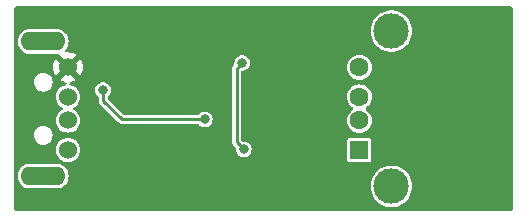
<source format=gbr>
%TF.GenerationSoftware,KiCad,Pcbnew,7.0.2*%
%TF.CreationDate,2023-05-26T00:25:00+02:00*%
%TF.ProjectId,usb-power-stick,7573622d-706f-4776-9572-2d737469636b,rev?*%
%TF.SameCoordinates,Original*%
%TF.FileFunction,Copper,L2,Bot*%
%TF.FilePolarity,Positive*%
%FSLAX46Y46*%
G04 Gerber Fmt 4.6, Leading zero omitted, Abs format (unit mm)*
G04 Created by KiCad (PCBNEW 7.0.2) date 2023-05-26 00:25:00*
%MOMM*%
%LPD*%
G01*
G04 APERTURE LIST*
%TA.AperFunction,ComponentPad*%
%ADD10R,1.500000X1.600000*%
%TD*%
%TA.AperFunction,ComponentPad*%
%ADD11C,1.600000*%
%TD*%
%TA.AperFunction,ComponentPad*%
%ADD12C,3.000000*%
%TD*%
%TA.AperFunction,ComponentPad*%
%ADD13C,1.524000*%
%TD*%
%TA.AperFunction,ComponentPad*%
%ADD14O,3.800000X1.600000*%
%TD*%
%TA.AperFunction,ViaPad*%
%ADD15C,0.800000*%
%TD*%
%TA.AperFunction,Conductor*%
%ADD16C,0.250000*%
%TD*%
G04 APERTURE END LIST*
D10*
%TO.P,J2,1,VBUS*%
%TO.N,Net-(C1-Pad1)*%
X153146000Y-115316000D03*
D11*
%TO.P,J2,2,D-*%
%TO.N,unconnected-(J2-Pad2)*%
X153146000Y-112816000D03*
%TO.P,J2,3,D+*%
%TO.N,unconnected-(J2-Pad3)*%
X153146000Y-110816000D03*
%TO.P,J2,4,GND*%
%TO.N,Net-(J2-Pad4)*%
X153146000Y-108316000D03*
D12*
%TO.P,J2,5,Shield*%
%TO.N,unconnected-(J2-Pad5)*%
X155856000Y-118386000D03*
X155856000Y-105246000D03*
%TD*%
D13*
%TO.P,J1,1,VBUS*%
%TO.N,Net-(C1-Pad1)*%
X128475000Y-115316000D03*
%TO.P,J1,2,D-*%
%TO.N,Net-(J1-Pad2)*%
X128475000Y-112816000D03*
%TO.P,J1,3,D+*%
%TO.N,Net-(J1-Pad3)*%
X128475000Y-110816000D03*
%TO.P,J1,4,GND*%
%TO.N,GND*%
X128475000Y-108316000D03*
D14*
%TO.P,J1,5,Shield*%
%TO.N,unconnected-(J1-Pad5)*%
X126375000Y-106116000D03*
X126375000Y-117516000D03*
%TD*%
D15*
%TO.N,GND*%
X144500000Y-116530000D03*
X131445000Y-108966000D03*
X132969000Y-104902000D03*
X144500000Y-115260000D03*
X143357000Y-117800000D03*
X138049000Y-104902000D03*
X147066000Y-104775000D03*
X143357000Y-116530000D03*
X150114000Y-116586000D03*
X148971000Y-117856000D03*
X144500000Y-117800000D03*
%TO.N,Net-(U1-Pad2)*%
X131445000Y-110236000D03*
X140055000Y-112720000D03*
%TO.N,Net-(R2-Pad1)*%
X143230000Y-107950000D03*
X143357000Y-115260000D03*
%TD*%
D16*
%TO.N,Net-(U1-Pad2)*%
X140055000Y-112720000D02*
X133040000Y-112720000D01*
X133040000Y-112720000D02*
X131445000Y-111125000D01*
X131445000Y-111125000D02*
X131445000Y-110236000D01*
%TO.N,Net-(R2-Pad1)*%
X142748000Y-114651000D02*
X142748000Y-108432000D01*
X142748000Y-108432000D02*
X143230000Y-107950000D01*
X143357000Y-115260000D02*
X142748000Y-114651000D01*
%TD*%
%TA.AperFunction,Conductor*%
%TO.N,GND*%
G36*
X165997563Y-103146502D02*
G01*
X166009373Y-103155099D01*
X166077515Y-103211021D01*
X166094978Y-103228484D01*
X166150899Y-103296624D01*
X166178653Y-103361970D01*
X166179500Y-103376557D01*
X166179500Y-120255441D01*
X166159498Y-120323562D01*
X166150899Y-120335375D01*
X166094978Y-120403515D01*
X166077513Y-120420980D01*
X166009376Y-120476899D01*
X165944029Y-120504653D01*
X165929442Y-120505500D01*
X124158558Y-120505500D01*
X124090437Y-120485498D01*
X124078625Y-120476900D01*
X124078624Y-120476899D01*
X124010484Y-120420978D01*
X123993020Y-120403514D01*
X123937100Y-120335374D01*
X123909347Y-120270026D01*
X123908500Y-120255441D01*
X123908500Y-117516000D01*
X124215397Y-117516000D01*
X124235757Y-117722713D01*
X124235757Y-117722715D01*
X124235758Y-117722718D01*
X124296055Y-117921492D01*
X124296056Y-117921494D01*
X124393972Y-118104682D01*
X124525747Y-118265252D01*
X124686316Y-118397027D01*
X124686317Y-118397027D01*
X124869508Y-118494945D01*
X125068282Y-118555242D01*
X125223199Y-118570500D01*
X125226291Y-118570500D01*
X127523709Y-118570500D01*
X127526801Y-118570500D01*
X127681718Y-118555242D01*
X127880492Y-118494945D01*
X128063683Y-118397027D01*
X128077119Y-118386000D01*
X154096580Y-118386000D01*
X154116231Y-118648229D01*
X154174746Y-118904599D01*
X154270817Y-119149384D01*
X154402296Y-119377113D01*
X154402298Y-119377116D01*
X154402299Y-119377117D01*
X154566254Y-119582710D01*
X154740200Y-119744108D01*
X154759023Y-119761573D01*
X154921972Y-119872669D01*
X154976290Y-119909702D01*
X155099114Y-119968851D01*
X155213211Y-120023798D01*
X155269252Y-120041084D01*
X155464492Y-120101308D01*
X155724518Y-120140500D01*
X155724520Y-120140500D01*
X155987480Y-120140500D01*
X155987482Y-120140500D01*
X156247508Y-120101308D01*
X156498788Y-120023798D01*
X156735710Y-119909702D01*
X156952980Y-119761570D01*
X157145746Y-119582710D01*
X157309701Y-119377117D01*
X157441183Y-119149384D01*
X157537254Y-118904598D01*
X157595769Y-118648228D01*
X157615420Y-118386000D01*
X157595769Y-118123772D01*
X157537254Y-117867402D01*
X157441183Y-117622616D01*
X157309701Y-117394883D01*
X157145746Y-117189290D01*
X156952980Y-117010430D01*
X156952981Y-117010430D01*
X156952976Y-117010426D01*
X156735710Y-116862298D01*
X156498788Y-116748201D01*
X156317107Y-116692160D01*
X156247508Y-116670692D01*
X155987482Y-116631500D01*
X155724518Y-116631500D01*
X155464492Y-116670692D01*
X155464488Y-116670693D01*
X155464489Y-116670693D01*
X155213211Y-116748201D01*
X154976289Y-116862298D01*
X154759023Y-117010426D01*
X154653227Y-117108590D01*
X154566254Y-117189290D01*
X154473195Y-117305981D01*
X154402296Y-117394886D01*
X154270817Y-117622615D01*
X154174746Y-117867400D01*
X154116231Y-118123770D01*
X154096580Y-118386000D01*
X128077119Y-118386000D01*
X128224252Y-118265252D01*
X128356027Y-118104683D01*
X128453945Y-117921492D01*
X128514242Y-117722718D01*
X128534602Y-117516000D01*
X128514242Y-117309282D01*
X128453945Y-117110508D01*
X128356027Y-116927317D01*
X128302668Y-116862298D01*
X128224252Y-116766747D01*
X128063682Y-116634972D01*
X127880494Y-116537056D01*
X127880493Y-116537055D01*
X127880492Y-116537055D01*
X127681718Y-116476758D01*
X127681715Y-116476757D01*
X127681713Y-116476757D01*
X127529881Y-116461803D01*
X127529873Y-116461802D01*
X127526801Y-116461500D01*
X125223199Y-116461500D01*
X125220127Y-116461802D01*
X125220118Y-116461803D01*
X125068286Y-116476757D01*
X125068283Y-116476757D01*
X125068282Y-116476758D01*
X124869508Y-116537055D01*
X124869505Y-116537056D01*
X124686317Y-116634972D01*
X124525747Y-116766747D01*
X124393972Y-116927317D01*
X124296056Y-117110505D01*
X124235757Y-117309286D01*
X124215397Y-117516000D01*
X123908500Y-117516000D01*
X123908500Y-115315999D01*
X127453581Y-115315999D01*
X127473207Y-115515269D01*
X127531332Y-115706878D01*
X127531333Y-115706880D01*
X127625722Y-115883469D01*
X127675355Y-115943948D01*
X127752747Y-116038252D01*
X127830139Y-116101764D01*
X127907531Y-116165278D01*
X128084120Y-116259667D01*
X128179925Y-116288729D01*
X128275730Y-116317792D01*
X128474999Y-116337418D01*
X128474999Y-116337417D01*
X128475000Y-116337418D01*
X128674269Y-116317792D01*
X128865880Y-116259667D01*
X129042469Y-116165278D01*
X129071969Y-116141068D01*
X152141500Y-116141068D01*
X152156265Y-116215300D01*
X152212515Y-116299484D01*
X152268765Y-116337068D01*
X152296699Y-116355734D01*
X152370933Y-116370500D01*
X153921066Y-116370499D01*
X153921068Y-116370499D01*
X153970556Y-116360655D01*
X153995301Y-116355734D01*
X154079484Y-116299484D01*
X154135734Y-116215301D01*
X154150500Y-116141067D01*
X154150499Y-114490934D01*
X154150499Y-114490933D01*
X154150499Y-114490931D01*
X154135734Y-114416699D01*
X154079484Y-114332515D01*
X153995301Y-114276266D01*
X153995296Y-114276265D01*
X153921067Y-114261500D01*
X153921066Y-114261500D01*
X152370931Y-114261500D01*
X152296699Y-114276265D01*
X152212515Y-114332515D01*
X152156266Y-114416698D01*
X152141500Y-114490933D01*
X152141500Y-116141068D01*
X129071969Y-116141068D01*
X129197252Y-116038252D01*
X129324278Y-115883469D01*
X129418667Y-115706880D01*
X129476792Y-115515269D01*
X129496418Y-115316000D01*
X129490903Y-115259999D01*
X129476792Y-115116730D01*
X129418667Y-114925121D01*
X129418667Y-114925120D01*
X129324278Y-114748531D01*
X129257198Y-114666793D01*
X129231188Y-114635099D01*
X142363581Y-114635099D01*
X142367532Y-114666793D01*
X142368500Y-114682380D01*
X142368500Y-114682448D01*
X142371955Y-114703159D01*
X142372705Y-114708304D01*
X142380241Y-114768751D01*
X142380276Y-114768861D01*
X142409255Y-114822410D01*
X142411638Y-114827039D01*
X142438406Y-114881793D01*
X142438460Y-114881866D01*
X142483270Y-114923117D01*
X142487028Y-114926722D01*
X142667588Y-115107283D01*
X142701613Y-115169595D01*
X142703574Y-115211563D01*
X142697693Y-115260002D01*
X142716850Y-115417780D01*
X142773212Y-115566394D01*
X142773213Y-115566395D01*
X142863502Y-115697201D01*
X142982471Y-115802599D01*
X143123207Y-115876463D01*
X143277529Y-115914500D01*
X143277531Y-115914500D01*
X143436469Y-115914500D01*
X143436471Y-115914500D01*
X143590793Y-115876463D01*
X143731529Y-115802599D01*
X143850498Y-115697201D01*
X143940787Y-115566395D01*
X143997149Y-115417782D01*
X144016307Y-115260000D01*
X143997149Y-115102218D01*
X143940787Y-114953605D01*
X143850498Y-114822799D01*
X143731529Y-114717401D01*
X143590793Y-114643537D01*
X143436471Y-114605500D01*
X143291384Y-114605500D01*
X143223263Y-114585498D01*
X143202289Y-114568595D01*
X143164405Y-114530711D01*
X143130379Y-114468399D01*
X143127500Y-114441616D01*
X143127500Y-112815999D01*
X152086397Y-112815999D01*
X152106757Y-113022713D01*
X152106757Y-113022715D01*
X152106758Y-113022718D01*
X152147553Y-113157201D01*
X152167056Y-113221494D01*
X152264972Y-113404682D01*
X152396747Y-113565252D01*
X152557316Y-113697027D01*
X152557317Y-113697027D01*
X152740508Y-113794945D01*
X152939282Y-113855242D01*
X153146000Y-113875602D01*
X153352718Y-113855242D01*
X153551492Y-113794945D01*
X153734683Y-113697027D01*
X153895252Y-113565252D01*
X154027027Y-113404683D01*
X154124945Y-113221492D01*
X154185242Y-113022718D01*
X154205602Y-112816000D01*
X154185242Y-112609282D01*
X154124945Y-112410508D01*
X154027027Y-112227317D01*
X153986062Y-112177401D01*
X153895252Y-112066747D01*
X153734682Y-111934972D01*
X153719995Y-111927122D01*
X153669347Y-111877370D01*
X153653637Y-111808134D01*
X153677853Y-111741395D01*
X153719995Y-111704878D01*
X153721711Y-111703960D01*
X153734683Y-111697027D01*
X153895252Y-111565252D01*
X154027027Y-111404683D01*
X154124945Y-111221492D01*
X154185242Y-111022718D01*
X154205602Y-110816000D01*
X154185242Y-110609282D01*
X154124945Y-110410508D01*
X154027027Y-110227317D01*
X154001174Y-110195815D01*
X153895252Y-110066747D01*
X153734682Y-109934972D01*
X153551494Y-109837056D01*
X153551493Y-109837055D01*
X153551492Y-109837055D01*
X153352718Y-109776758D01*
X153352715Y-109776757D01*
X153352713Y-109776757D01*
X153146000Y-109756397D01*
X152939286Y-109776757D01*
X152939283Y-109776757D01*
X152939282Y-109776758D01*
X152815825Y-109814208D01*
X152740505Y-109837056D01*
X152557317Y-109934972D01*
X152396747Y-110066747D01*
X152264972Y-110227317D01*
X152167056Y-110410505D01*
X152106757Y-110609286D01*
X152086397Y-110816000D01*
X152106757Y-111022713D01*
X152106757Y-111022715D01*
X152106758Y-111022718D01*
X152155168Y-111182304D01*
X152167056Y-111221494D01*
X152264972Y-111404682D01*
X152396747Y-111565252D01*
X152557319Y-111697029D01*
X152572005Y-111704879D01*
X152622653Y-111754631D01*
X152638362Y-111823868D01*
X152614145Y-111890607D01*
X152572005Y-111927121D01*
X152557319Y-111934970D01*
X152396747Y-112066747D01*
X152264972Y-112227317D01*
X152167056Y-112410505D01*
X152106757Y-112609286D01*
X152086397Y-112815999D01*
X143127500Y-112815999D01*
X143127500Y-108730500D01*
X143147502Y-108662379D01*
X143201158Y-108615886D01*
X143253500Y-108604500D01*
X143309469Y-108604500D01*
X143309471Y-108604500D01*
X143463793Y-108566463D01*
X143604529Y-108492599D01*
X143723498Y-108387201D01*
X143772645Y-108316000D01*
X152086397Y-108316000D01*
X152106757Y-108522713D01*
X152106757Y-108522715D01*
X152106758Y-108522718D01*
X152153016Y-108675210D01*
X152167056Y-108721494D01*
X152264972Y-108904682D01*
X152396747Y-109065252D01*
X152557317Y-109197026D01*
X152557317Y-109197027D01*
X152740508Y-109294945D01*
X152939282Y-109355242D01*
X153104656Y-109371530D01*
X153145999Y-109375602D01*
X153145999Y-109375601D01*
X153146000Y-109375602D01*
X153352718Y-109355242D01*
X153551492Y-109294945D01*
X153734683Y-109197027D01*
X153895252Y-109065252D01*
X154027027Y-108904683D01*
X154124945Y-108721492D01*
X154185242Y-108522718D01*
X154205602Y-108316000D01*
X154185242Y-108109282D01*
X154124945Y-107910508D01*
X154027027Y-107727317D01*
X153987023Y-107678572D01*
X153895252Y-107566747D01*
X153734682Y-107434972D01*
X153551494Y-107337056D01*
X153551493Y-107337055D01*
X153551492Y-107337055D01*
X153352718Y-107276758D01*
X153352715Y-107276757D01*
X153352713Y-107276757D01*
X153146000Y-107256397D01*
X152939286Y-107276757D01*
X152939283Y-107276757D01*
X152939282Y-107276758D01*
X152752102Y-107333538D01*
X152740505Y-107337056D01*
X152557317Y-107434972D01*
X152396747Y-107566747D01*
X152264972Y-107727317D01*
X152167056Y-107910505D01*
X152167055Y-107910507D01*
X152167055Y-107910508D01*
X152108750Y-108102717D01*
X152106757Y-108109286D01*
X152086397Y-108316000D01*
X143772645Y-108316000D01*
X143813787Y-108256395D01*
X143870149Y-108107782D01*
X143889307Y-107950000D01*
X143870149Y-107792218D01*
X143813787Y-107643605D01*
X143723498Y-107512799D01*
X143604529Y-107407401D01*
X143463793Y-107333537D01*
X143309471Y-107295500D01*
X143150529Y-107295500D01*
X142996207Y-107333537D01*
X142996206Y-107333537D01*
X142996204Y-107333538D01*
X142855472Y-107407400D01*
X142736501Y-107512799D01*
X142646212Y-107643605D01*
X142589850Y-107792219D01*
X142570693Y-107949997D01*
X142570693Y-107950000D01*
X142573727Y-107974987D01*
X142576574Y-107998437D01*
X142564927Y-108068471D01*
X142540587Y-108102717D01*
X142516724Y-108126580D01*
X142496550Y-108142964D01*
X142487419Y-108148930D01*
X142467792Y-108174146D01*
X142457463Y-108185842D01*
X142457418Y-108185886D01*
X142445212Y-108202981D01*
X142442105Y-108207148D01*
X142404691Y-108255218D01*
X142404638Y-108255322D01*
X142387259Y-108313695D01*
X142385672Y-108318650D01*
X142365888Y-108376281D01*
X142365875Y-108376370D01*
X142368392Y-108437213D01*
X142368500Y-108442420D01*
X142368500Y-114598574D01*
X142365818Y-114624431D01*
X142363581Y-114635099D01*
X129231188Y-114635099D01*
X129197252Y-114593747D01*
X129075471Y-114493806D01*
X129042469Y-114466722D01*
X128865880Y-114372333D01*
X128865879Y-114372332D01*
X128865878Y-114372332D01*
X128674269Y-114314207D01*
X128474999Y-114294581D01*
X128275730Y-114314207D01*
X128084121Y-114372332D01*
X127907532Y-114466721D01*
X127752747Y-114593747D01*
X127625721Y-114748532D01*
X127531332Y-114925121D01*
X127473207Y-115116730D01*
X127453581Y-115315999D01*
X123908500Y-115315999D01*
X123908500Y-114066000D01*
X125569435Y-114066000D01*
X125589632Y-114245257D01*
X125649210Y-114415521D01*
X125745184Y-114568263D01*
X125872736Y-114695815D01*
X126025478Y-114791789D01*
X126119546Y-114824705D01*
X126195745Y-114851368D01*
X126330046Y-114866500D01*
X126333582Y-114866500D01*
X126416418Y-114866500D01*
X126419954Y-114866500D01*
X126554255Y-114851368D01*
X126724522Y-114791789D01*
X126877262Y-114695816D01*
X127004816Y-114568262D01*
X127100789Y-114415522D01*
X127160368Y-114245255D01*
X127180565Y-114066000D01*
X127160368Y-113886745D01*
X127100789Y-113716478D01*
X127068618Y-113665278D01*
X127004815Y-113563736D01*
X126877263Y-113436184D01*
X126724521Y-113340210D01*
X126554257Y-113280632D01*
X126423463Y-113265895D01*
X126423456Y-113265894D01*
X126419954Y-113265500D01*
X126330046Y-113265500D01*
X126326544Y-113265894D01*
X126326536Y-113265895D01*
X126195742Y-113280632D01*
X126025478Y-113340210D01*
X125872736Y-113436184D01*
X125745184Y-113563736D01*
X125649210Y-113716478D01*
X125589632Y-113886742D01*
X125569435Y-114066000D01*
X123908500Y-114066000D01*
X123908500Y-109566000D01*
X125569435Y-109566000D01*
X125589632Y-109745257D01*
X125649210Y-109915521D01*
X125745184Y-110068263D01*
X125872736Y-110195815D01*
X125936689Y-110235999D01*
X126025478Y-110291789D01*
X126195745Y-110351368D01*
X126330046Y-110366500D01*
X126333582Y-110366500D01*
X126416418Y-110366500D01*
X126419954Y-110366500D01*
X126554255Y-110351368D01*
X126724522Y-110291789D01*
X126877262Y-110195816D01*
X127004816Y-110068262D01*
X127100789Y-109915522D01*
X127160368Y-109745255D01*
X127180565Y-109566000D01*
X127160368Y-109386745D01*
X127100789Y-109216478D01*
X127088567Y-109197027D01*
X127004815Y-109063736D01*
X126877263Y-108936184D01*
X126724521Y-108840210D01*
X126554257Y-108780632D01*
X126423463Y-108765895D01*
X126423456Y-108765894D01*
X126419954Y-108765500D01*
X126330046Y-108765500D01*
X126326544Y-108765894D01*
X126326536Y-108765895D01*
X126195742Y-108780632D01*
X126025478Y-108840210D01*
X125872736Y-108936184D01*
X125745184Y-109063736D01*
X125649210Y-109216478D01*
X125589632Y-109386742D01*
X125569435Y-109566000D01*
X123908500Y-109566000D01*
X123908500Y-106116000D01*
X124215397Y-106116000D01*
X124235757Y-106322713D01*
X124235757Y-106322715D01*
X124235758Y-106322718D01*
X124272157Y-106442710D01*
X124296056Y-106521494D01*
X124393972Y-106704682D01*
X124525747Y-106865252D01*
X124642793Y-106961308D01*
X124686317Y-106997027D01*
X124869508Y-107094945D01*
X125068282Y-107155242D01*
X125223199Y-107170500D01*
X125226291Y-107170500D01*
X127523709Y-107170500D01*
X127526801Y-107170500D01*
X127620708Y-107161250D01*
X127633004Y-107160040D01*
X127702757Y-107173269D01*
X127754285Y-107222109D01*
X127758836Y-107240627D01*
X128382895Y-107864686D01*
X128337881Y-107871471D01*
X128212946Y-107931637D01*
X128111295Y-108025955D01*
X128041961Y-108146045D01*
X128024098Y-108224307D01*
X127415185Y-107615394D01*
X127370948Y-107678572D01*
X127277031Y-107879975D01*
X127219517Y-108094623D01*
X127200149Y-108316000D01*
X127219517Y-108537376D01*
X127277031Y-108752024D01*
X127370947Y-108953426D01*
X127415184Y-109016603D01*
X127415185Y-109016603D01*
X128020826Y-108410961D01*
X128021467Y-108419516D01*
X128072128Y-108548598D01*
X128158586Y-108657013D01*
X128273159Y-108735127D01*
X128381625Y-108768584D01*
X127774395Y-109375813D01*
X127774395Y-109375814D01*
X127837573Y-109420052D01*
X128038975Y-109513968D01*
X128264033Y-109574272D01*
X128324656Y-109611224D01*
X128355677Y-109675084D01*
X128347249Y-109745579D01*
X128302046Y-109800326D01*
X128267998Y-109816553D01*
X128084121Y-109872331D01*
X127907532Y-109966721D01*
X127752747Y-110093747D01*
X127625721Y-110248532D01*
X127531332Y-110425121D01*
X127473207Y-110616730D01*
X127453581Y-110816000D01*
X127473207Y-111015269D01*
X127531332Y-111206878D01*
X127531333Y-111206880D01*
X127625722Y-111383469D01*
X127639892Y-111400735D01*
X127752747Y-111538252D01*
X127839632Y-111609555D01*
X127907531Y-111665278D01*
X127981616Y-111704877D01*
X128032265Y-111754629D01*
X128047975Y-111823865D01*
X128023759Y-111890604D01*
X127981619Y-111927120D01*
X127907532Y-111966721D01*
X127752747Y-112093747D01*
X127625721Y-112248532D01*
X127531332Y-112425121D01*
X127473207Y-112616730D01*
X127453581Y-112815999D01*
X127473207Y-113015269D01*
X127531332Y-113206878D01*
X127531333Y-113206880D01*
X127625722Y-113383469D01*
X127643131Y-113404682D01*
X127752747Y-113538252D01*
X127830139Y-113601764D01*
X127907531Y-113665278D01*
X128084120Y-113759667D01*
X128179925Y-113788729D01*
X128275730Y-113817792D01*
X128474999Y-113837418D01*
X128474999Y-113837417D01*
X128475000Y-113837418D01*
X128674269Y-113817792D01*
X128865880Y-113759667D01*
X129042469Y-113665278D01*
X129197252Y-113538252D01*
X129324278Y-113383469D01*
X129418667Y-113206880D01*
X129476792Y-113015269D01*
X129496418Y-112816000D01*
X129476792Y-112616731D01*
X129474532Y-112609282D01*
X129418667Y-112425121D01*
X129418667Y-112425120D01*
X129324278Y-112248531D01*
X129260764Y-112171139D01*
X129197252Y-112093747D01*
X129102948Y-112016355D01*
X129042469Y-111966722D01*
X128968381Y-111927121D01*
X128917734Y-111877370D01*
X128902024Y-111808133D01*
X128926240Y-111741394D01*
X128968380Y-111704879D01*
X129042469Y-111665278D01*
X129197252Y-111538252D01*
X129324278Y-111383469D01*
X129418667Y-111206880D01*
X129476792Y-111015269D01*
X129496418Y-110816000D01*
X129494521Y-110796734D01*
X129476792Y-110616730D01*
X129418667Y-110425121D01*
X129418667Y-110425120D01*
X129324278Y-110248531D01*
X129313994Y-110236000D01*
X130785693Y-110236000D01*
X130804850Y-110393780D01*
X130861212Y-110542394D01*
X130951501Y-110673200D01*
X131023053Y-110736590D01*
X131060778Y-110796734D01*
X131065499Y-110830902D01*
X131065499Y-111072575D01*
X131062818Y-111098427D01*
X131060580Y-111109098D01*
X131064532Y-111140794D01*
X131065500Y-111156381D01*
X131065500Y-111156448D01*
X131068955Y-111177159D01*
X131069705Y-111182304D01*
X131077241Y-111242751D01*
X131077276Y-111242861D01*
X131106255Y-111296410D01*
X131108638Y-111301039D01*
X131135406Y-111355793D01*
X131135461Y-111355866D01*
X131180284Y-111397130D01*
X131184041Y-111400735D01*
X132734581Y-112951275D01*
X132750966Y-112971450D01*
X132756932Y-112980582D01*
X132782141Y-113000203D01*
X132793842Y-113010537D01*
X132793881Y-113010576D01*
X132793884Y-113010578D01*
X132793887Y-113010581D01*
X132810999Y-113022799D01*
X132815142Y-113025889D01*
X132863234Y-113063320D01*
X132863296Y-113063352D01*
X132871017Y-113065650D01*
X132871021Y-113065653D01*
X132921743Y-113080752D01*
X132926607Y-113082311D01*
X132976673Y-113099500D01*
X132976675Y-113099500D01*
X132984280Y-113102111D01*
X132984369Y-113102124D01*
X132992408Y-113101791D01*
X132992410Y-113101792D01*
X133042002Y-113099741D01*
X133045225Y-113099608D01*
X133050431Y-113099500D01*
X139455544Y-113099500D01*
X139523665Y-113119502D01*
X139559238Y-113153921D01*
X139561502Y-113157201D01*
X139680471Y-113262599D01*
X139821207Y-113336463D01*
X139975529Y-113374500D01*
X139975531Y-113374500D01*
X140134469Y-113374500D01*
X140134471Y-113374500D01*
X140288793Y-113336463D01*
X140429529Y-113262599D01*
X140548498Y-113157201D01*
X140638787Y-113026395D01*
X140695149Y-112877782D01*
X140714307Y-112720000D01*
X140695149Y-112562218D01*
X140638787Y-112413605D01*
X140548498Y-112282799D01*
X140429529Y-112177401D01*
X140288793Y-112103537D01*
X140134471Y-112065500D01*
X139975529Y-112065500D01*
X139821207Y-112103537D01*
X139821206Y-112103537D01*
X139821204Y-112103538D01*
X139680472Y-112177400D01*
X139680470Y-112177401D01*
X139680471Y-112177401D01*
X139561502Y-112282799D01*
X139559238Y-112286078D01*
X139504081Y-112330776D01*
X139455544Y-112340500D01*
X133249384Y-112340500D01*
X133181263Y-112320498D01*
X133160289Y-112303595D01*
X131861405Y-111004710D01*
X131827379Y-110942398D01*
X131824500Y-110915615D01*
X131824500Y-110830902D01*
X131844502Y-110762781D01*
X131866947Y-110736590D01*
X131938498Y-110673201D01*
X132028787Y-110542395D01*
X132085149Y-110393782D01*
X132104307Y-110236000D01*
X132085149Y-110078218D01*
X132028787Y-109929605D01*
X131938498Y-109798799D01*
X131819529Y-109693401D01*
X131678793Y-109619537D01*
X131524471Y-109581500D01*
X131365529Y-109581500D01*
X131211207Y-109619537D01*
X131211206Y-109619537D01*
X131211204Y-109619538D01*
X131070472Y-109693400D01*
X130951501Y-109798799D01*
X130861212Y-109929605D01*
X130804850Y-110078219D01*
X130785693Y-110236000D01*
X129313994Y-110236000D01*
X129260764Y-110171139D01*
X129197252Y-110093747D01*
X129102948Y-110016355D01*
X129042469Y-109966722D01*
X128865880Y-109872333D01*
X128865879Y-109872332D01*
X128865878Y-109872332D01*
X128682001Y-109816553D01*
X128622620Y-109777638D01*
X128593704Y-109712797D01*
X128604435Y-109642616D01*
X128651405Y-109589377D01*
X128685966Y-109574272D01*
X128911025Y-109513968D01*
X129112427Y-109420052D01*
X129175603Y-109375814D01*
X129175603Y-109375812D01*
X128567104Y-108767313D01*
X128612119Y-108760529D01*
X128737054Y-108700363D01*
X128838705Y-108606045D01*
X128908039Y-108485955D01*
X128925901Y-108407692D01*
X129534812Y-109016603D01*
X129534814Y-109016603D01*
X129579052Y-108953427D01*
X129672968Y-108752024D01*
X129730482Y-108537376D01*
X129749850Y-108316000D01*
X129730482Y-108094623D01*
X129672968Y-107879975D01*
X129579051Y-107678571D01*
X129534815Y-107615395D01*
X129534813Y-107615395D01*
X128929173Y-108221034D01*
X128928533Y-108212484D01*
X128877872Y-108083402D01*
X128791414Y-107974987D01*
X128676841Y-107896873D01*
X128568374Y-107863415D01*
X129175603Y-107256185D01*
X129175603Y-107256184D01*
X129112426Y-107211947D01*
X128911024Y-107118031D01*
X128696376Y-107060517D01*
X128474999Y-107041149D01*
X128347753Y-107052282D01*
X128278148Y-107038293D01*
X128227156Y-106988893D01*
X128210966Y-106919767D01*
X128234719Y-106852862D01*
X128239373Y-106846828D01*
X128356025Y-106704685D01*
X128356027Y-106704683D01*
X128453945Y-106521492D01*
X128514242Y-106322718D01*
X128534602Y-106116000D01*
X128514242Y-105909282D01*
X128453945Y-105710508D01*
X128356027Y-105527317D01*
X128340361Y-105508228D01*
X128224252Y-105366747D01*
X128077119Y-105245999D01*
X154096580Y-105245999D01*
X154116231Y-105508229D01*
X154174746Y-105764599D01*
X154270817Y-106009384D01*
X154402296Y-106237113D01*
X154402298Y-106237116D01*
X154402299Y-106237117D01*
X154566254Y-106442710D01*
X154740200Y-106604108D01*
X154759023Y-106621573D01*
X154880927Y-106704685D01*
X154976290Y-106769702D01*
X155099115Y-106828851D01*
X155213211Y-106883798D01*
X155269252Y-106901084D01*
X155464492Y-106961308D01*
X155724518Y-107000500D01*
X155724520Y-107000500D01*
X155987480Y-107000500D01*
X155987482Y-107000500D01*
X156247508Y-106961308D01*
X156498788Y-106883798D01*
X156735710Y-106769702D01*
X156952980Y-106621570D01*
X157145746Y-106442710D01*
X157309701Y-106237117D01*
X157441183Y-106009384D01*
X157537254Y-105764598D01*
X157595769Y-105508228D01*
X157615420Y-105246000D01*
X157595769Y-104983772D01*
X157537254Y-104727402D01*
X157441183Y-104482616D01*
X157309701Y-104254883D01*
X157145746Y-104049290D01*
X156952980Y-103870430D01*
X156952981Y-103870430D01*
X156952976Y-103870426D01*
X156735710Y-103722298D01*
X156498788Y-103608201D01*
X156317107Y-103552160D01*
X156247508Y-103530692D01*
X155987482Y-103491500D01*
X155724518Y-103491500D01*
X155464492Y-103530692D01*
X155464488Y-103530693D01*
X155464489Y-103530693D01*
X155213211Y-103608201D01*
X154976289Y-103722298D01*
X154759023Y-103870426D01*
X154653227Y-103968590D01*
X154566254Y-104049290D01*
X154473195Y-104165981D01*
X154402296Y-104254886D01*
X154270817Y-104482615D01*
X154174746Y-104727400D01*
X154116231Y-104983770D01*
X154096580Y-105245999D01*
X128077119Y-105245999D01*
X128063682Y-105234972D01*
X127880494Y-105137056D01*
X127880493Y-105137055D01*
X127880492Y-105137055D01*
X127681718Y-105076758D01*
X127681715Y-105076757D01*
X127681713Y-105076757D01*
X127529881Y-105061803D01*
X127529873Y-105061802D01*
X127526801Y-105061500D01*
X125223199Y-105061500D01*
X125220127Y-105061802D01*
X125220118Y-105061803D01*
X125068286Y-105076757D01*
X125068283Y-105076757D01*
X125068282Y-105076758D01*
X124869508Y-105137055D01*
X124869505Y-105137056D01*
X124686317Y-105234972D01*
X124525747Y-105366747D01*
X124393972Y-105527317D01*
X124296056Y-105710505D01*
X124235757Y-105909286D01*
X124215397Y-106116000D01*
X123908500Y-106116000D01*
X123908500Y-103376557D01*
X123928502Y-103308436D01*
X123937092Y-103296633D01*
X123993025Y-103228479D01*
X124010479Y-103211025D01*
X124078625Y-103155099D01*
X124143973Y-103127347D01*
X124158558Y-103126500D01*
X165929442Y-103126500D01*
X165997563Y-103146502D01*
G37*
%TD.AperFunction*%
%TD*%
M02*

</source>
